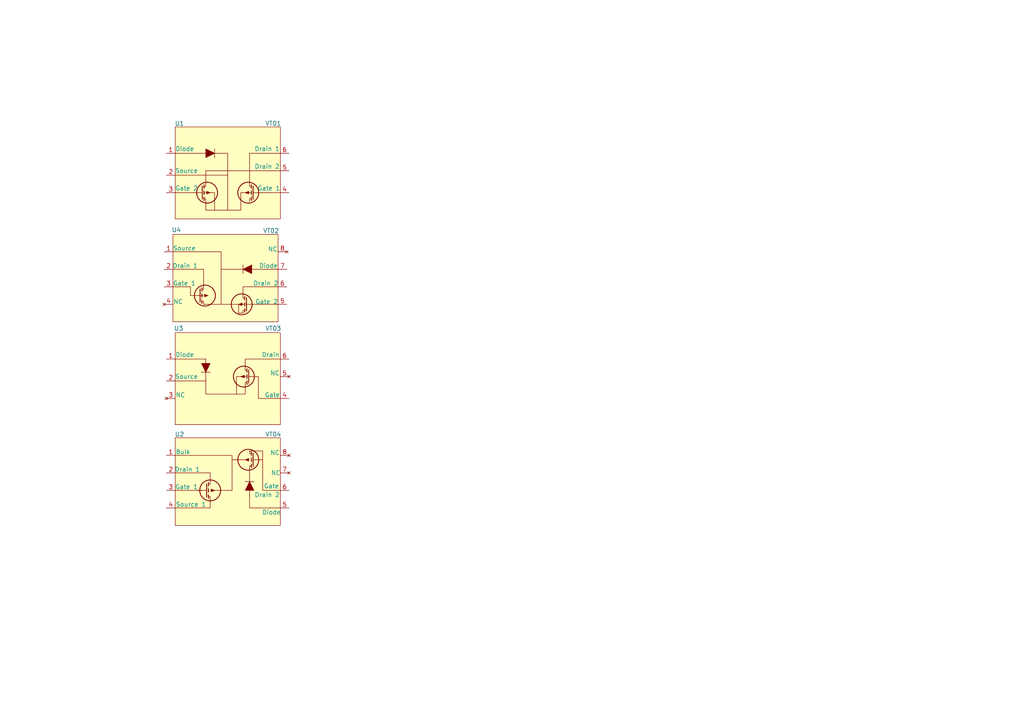
<source format=kicad_sch>
(kicad_sch (version 20250114) (generator "eeschema") (generator_version "9.0")
  (paper "A4")
  (lib_symbols
    (symbol "Varadis_RADFETs:VT01" (pin_names (offset 0))
      (property "Reference" "U" (at -15.494 14.224 0))
      (property "Value" "VT01" (at 10.668 -15.494 0))
      (symbol "VT01_0_1"
        (polyline (pts (xy -15.24 5.08) (xy -6.35 5.08)))
        (polyline (pts (xy -7.366 -4.445) (xy -7.366 -8.255)) (stroke (width 0.254)))
        (polyline (pts (xy -7.366 -6.35) (xy -10.16 -6.35)))
        (polyline (pts (xy -6.858 -4.064) (xy -6.858 -5.08)) (stroke (width 0.254)))
        (polyline (pts (xy -6.858 -4.572) (xy -6.35 -4.572) (xy -6.35 -3.81)))
        (polyline (pts (xy -6.858 -5.842) (xy -6.858 -6.858)) (stroke (width 0.254)))
        (polyline (pts (xy -6.858 -7.62) (xy -6.858 -8.636)) (stroke (width 0.254)))
        (polyline (pts (xy -6.35 0) (xy 12.7 0)))
        (polyline (pts (xy -6.35 -3.81) (xy -6.35 0)))
        (polyline (pts (xy -6.35 -11.43) (xy -6.35 -8.128) (xy -6.858 -8.128)))
        (circle (center -5.969 -6.35) (radius 3.0294) (stroke (width 0.254)))
        (polyline (pts (xy -5.08 -6.35) (xy -6.096 -5.969) (xy -6.096 -6.731) (xy -5.08 -6.35)) (fill (type outline)))
        (polyline (pts (xy -3.81 6.35) (xy -3.81 3.81)))
        (polyline (pts (xy -3.81 5.08) (xy 0 5.08)))
        (polyline (pts (xy -3.81 -11.43) (xy -3.81 -6.35) (xy -6.858 -6.35)))
        (polyline (pts (xy 0 -1.27) (xy -15.24 -1.27)))
        (polyline (pts (xy 0 -11.43) (xy 0 5.08)))
        (polyline (pts (xy 3.81 -11.43) (xy 3.81 -6.35) (xy 6.858 -6.35)))
        (polyline (pts (xy 5.08 -6.35) (xy 6.096 -5.969) (xy 6.096 -6.731) (xy 5.08 -6.35)) (fill (type outline)))
        (circle (center 5.969 -6.35) (radius 3.0294) (stroke (width 0.254)))
        (polyline (pts (xy 6.35 5.08) (xy 15.24 5.08)))
        (polyline (pts (xy 6.35 -3.81) (xy 6.35 5.08)))
        (polyline (pts (xy 6.35 -8.89) (xy 6.35 -8.128) (xy 6.858 -8.128)))
        (polyline (pts (xy 6.858 -4.064) (xy 6.858 -5.08)) (stroke (width 0.254)))
        (polyline (pts (xy 6.858 -4.572) (xy 6.35 -4.572) (xy 6.35 -3.81)))
        (polyline (pts (xy 6.858 -5.842) (xy 6.858 -6.858)) (stroke (width 0.254)))
        (polyline (pts (xy 6.858 -7.62) (xy 6.858 -8.636)) (stroke (width 0.254)))
        (polyline (pts (xy 7.366 -4.445) (xy 7.366 -8.255)) (stroke (width 0.254)))
        (polyline (pts (xy 7.366 -6.35) (xy 10.16 -6.35)))
      )
      (symbol "VT01_1_1"
        (rectangle (start -15.24 12.7) (end 15.24 -13.97) (fill (type background)))
        (polyline (pts (xy -10.16 -6.35) (xy -15.24 -6.35)))
        (polyline (pts (xy -6.35 5.08) (xy -6.35 6.35) (xy -3.81 5.08) (xy -6.35 3.81) (xy -6.35 5.08)) (fill (type outline)))
        (polyline (pts (xy -6.35 -11.43) (xy 3.81 -11.43)))
        (polyline (pts (xy 10.16 -6.35) (xy 15.24 -6.35)))
        (polyline (pts (xy 12.7 0) (xy 15.24 0)))
        (text "Diode" (at -12.446 6.35 0) (effects (font (size 1.27 1.27))))
        (text "Source\n" (at -11.938 0 0) (effects (font (size 1.27 1.27))))
        (text "Gate 2" (at -11.938 -5.08 0) (effects (font (size 1.27 1.27))))
        (text "Drain 1" (at 11.43 6.35 0) (effects (font (size 1.27 1.27))))
        (text "Drain 2\n" (at 11.43 1.27 0) (effects (font (size 1.27 1.27))))
        (text "Gate 1" (at 11.938 -5.08 0) (effects (font (size 1.27 1.27))))
        (pin passive line (at -17.78 5.08 0) (length 2.54) (name "") (number "1"))
        (pin passive line (at -17.78 -1.27 0) (length 2.54) (name "") (number "2"))
        (pin passive line (at -17.78 -6.35 0) (length 2.54) (name "") (number "3"))
        (pin passive line (at 17.78 5.08 180) (length 2.54) (name "") (number "6"))
        (pin passive line (at 17.78 0 180) (length 2.54) (name "") (number "5"))
        (pin passive line (at 17.78 -6.35 180) (length 2.54) (name "") (number "4"))
      )
    )
    (symbol "Varadis_RADFETs:VT02" (pin_names (offset 0))
      (property "Reference" "U" (at -15.24 11.43 0))
      (property "Value" "VT02" (at 10.922 -16.51 0))
      (symbol "VT02_0_1"
        (polyline (pts (xy -7.366 -7.62) (xy -10.16 -7.62)))
        (polyline (pts (xy -7.366 -9.525) (xy -7.366 -5.715)) (stroke (width 0.254)))
        (polyline (pts (xy -6.858 -6.35) (xy -6.858 -5.334)) (stroke (width 0.254)))
        (polyline (pts (xy -6.858 -8.128) (xy -6.858 -7.112)) (stroke (width 0.254)))
        (polyline (pts (xy -6.858 -9.398) (xy -6.35 -9.398) (xy -6.35 -10.16)))
        (polyline (pts (xy -6.858 -9.906) (xy -6.858 -8.89)) (stroke (width 0.254)))
        (polyline (pts (xy -6.35 -5.08) (xy -6.35 -5.842) (xy -6.858 -5.842)))
        (circle (center -5.969 -7.62) (radius 3.0294) (stroke (width 0.254)))
        (polyline (pts (xy -5.08 -7.62) (xy -6.096 -8.001) (xy -6.096 -7.239) (xy -5.08 -7.62)) (fill (type outline)))
        (polyline (pts (xy -1.27 -10.16) (xy 2.54 -10.16) (xy 5.588 -10.16)))
        (polyline (pts (xy 3.81 -10.16) (xy 4.826 -9.779) (xy 4.826 -10.541) (xy 3.81 -10.16)) (fill (type outline)))
        (circle (center 4.699 -10.16) (radius 3.0294) (stroke (width 0.254)))
        (polyline (pts (xy 5.08 -1.27) (xy 5.08 1.27)))
        (polyline (pts (xy 5.08 -12.7) (xy 5.08 -11.938) (xy 5.588 -11.938)))
        (polyline (pts (xy 5.588 -7.874) (xy 5.588 -8.89)) (stroke (width 0.254)))
        (polyline (pts (xy 5.588 -8.382) (xy 5.08 -8.382) (xy 5.08 -7.62)))
        (polyline (pts (xy 5.588 -9.652) (xy 5.588 -10.668)) (stroke (width 0.254)))
        (polyline (pts (xy 5.588 -11.43) (xy 5.588 -12.446)) (stroke (width 0.254)))
        (polyline (pts (xy 6.096 -8.255) (xy 6.096 -12.065)) (stroke (width 0.254)))
        (polyline (pts (xy 6.096 -10.16) (xy 8.89 -10.16)))
      )
      (symbol "VT02_1_1"
        (rectangle (start -15.24 10.16) (end 15.24 -15.24) (fill (type background)))
        (polyline (pts (xy -15.24 5.08) (xy -1.27 5.08) (xy -1.27 -10.16)))
        (polyline (pts (xy -15.24 0) (xy -6.35 0) (xy -6.35 -5.08)))
        (polyline (pts (xy -15.24 -5.08) (xy -10.16 -5.08) (xy -10.16 -7.62)))
        (polyline (pts (xy -6.35 -7.62) (xy -7.62 -7.62)))
        (polyline (pts (xy -6.35 -7.62) (xy -6.35 -7.62)))
        (polyline (pts (xy -1.27 -10.16) (xy -6.35 -10.16)))
        (polyline (pts (xy 5.08 -12.7) (xy 3.81 -12.7) (xy 3.81 -10.16)))
        (polyline (pts (xy 7.62 0) (xy 7.62 -1.27) (xy 5.08 0) (xy 7.62 1.27) (xy 7.62 0)) (fill (type outline)))
        (polyline (pts (xy 8.89 -10.16) (xy 15.24 -10.16)))
        (polyline (pts (xy 12.7 0) (xy -1.27 0)))
        (polyline (pts (xy 12.7 0) (xy 15.24 0)))
        (polyline (pts (xy 15.24 -5.08) (xy 5.08 -5.08) (xy 5.08 -7.62)))
        (text "NC" (at -13.716 -9.398 0) (effects (font (size 1.27 1.27))))
        (text "Source\n" (at -11.938 6.096 0) (effects (font (size 1.27 1.27))))
        (text "Gate 1" (at -11.938 -4.064 0) (effects (font (size 1.27 1.27))))
        (text "Drain 1" (at -11.684 1.016 0) (effects (font (size 1.27 1.27))))
        (text "Drain 2\n" (at 11.684 -4.064 0) (effects (font (size 1.27 1.27))))
        (text "Gate 2" (at 11.938 -9.398 0) (effects (font (size 1.27 1.27))))
        (text "Diode" (at 12.446 1.016 0) (effects (font (size 1.27 1.27))))
        (text "NC" (at 13.716 5.842 0) (effects (font (size 1.27 1.27))))
        (pin passive line (at -17.78 5.08 0) (length 2.54) (name "") (number "1"))
        (pin passive line (at -17.78 0 0) (length 2.54) (name "") (number "2"))
        (pin passive line (at -17.78 -5.08 0) (length 2.54) (name "") (number "3"))
        (pin no_connect line (at -17.78 -10.16 0) (length 2.54) (name "") (number "4"))
        (pin no_connect line (at 17.78 5.08 180) (length 2.54) (name "") (number "8"))
        (pin passive line (at 17.78 0 180) (length 2.54) (name "") (number "7"))
        (pin passive line (at 17.78 -5.08 180) (length 2.54) (name "") (number "6"))
        (pin passive line (at 17.78 -10.16 180) (length 2.54) (name "") (number "5"))
      )
    )
    (symbol "Varadis_RADFETs:VT03" (pin_names (offset 0))
      (property "Reference" "U" (at -15.494 14.224 0))
      (property "Value" "VT03" (at 10.668 -15.494 0))
      (symbol "VT03_0_1"
        (polyline (pts (xy -15.24 5.08) (xy -6.35 5.08)))
        (polyline (pts (xy -15.24 -1.27) (xy -6.35 -1.27) (xy -6.35 1.27)))
        (polyline (pts (xy -6.35 5.08) (xy -6.35 3.81)))
        (polyline (pts (xy -6.35 -1.27) (xy -6.35 -5.08) (xy 2.54 -5.08)))
        (polyline (pts (xy -5.08 1.27) (xy -7.62 1.27)))
        (polyline (pts (xy 2.54 -5.08) (xy 2.54 0) (xy 5.588 0)))
        (polyline (pts (xy 3.81 0) (xy 4.826 0.381) (xy 4.826 -0.381) (xy 3.81 0)) (fill (type outline)))
        (circle (center 4.699 0) (radius 3.0294) (stroke (width 0.254)))
        (polyline (pts (xy 5.08 -2.54) (xy 5.08 -1.778) (xy 5.588 -1.778)))
        (polyline (pts (xy 5.588 2.286) (xy 5.588 1.27)) (stroke (width 0.254)))
        (polyline (pts (xy 5.588 1.778) (xy 5.08 1.778) (xy 5.08 2.54)))
        (polyline (pts (xy 5.588 0.508) (xy 5.588 -0.508)) (stroke (width 0.254)))
        (polyline (pts (xy 5.588 -1.27) (xy 5.588 -2.286)) (stroke (width 0.254)))
        (polyline (pts (xy 6.096 1.905) (xy 6.096 -1.905)) (stroke (width 0.254)))
        (polyline (pts (xy 6.096 0) (xy 8.89 0)))
        (polyline (pts (xy 8.89 0) (xy 8.89 -6.35) (xy 15.24 -6.35)))
        (polyline (pts (xy 15.24 5.08) (xy 5.08 5.08) (xy 5.08 2.54)))
      )
      (symbol "VT03_1_1"
        (rectangle (start -15.24 12.7) (end 15.24 -13.97) (fill (type background)))
        (polyline (pts (xy -6.35 3.81) (xy -5.08 3.81) (xy -6.35 1.27) (xy -7.62 3.81) (xy -6.35 3.81)) (fill (type outline)))
        (polyline (pts (xy 5.08 -2.54) (xy 5.08 -5.08) (xy 2.54 -5.08)))
        (text "NC" (at -13.716 -5.334 0) (effects (font (size 1.27 1.27))))
        (text "Diode" (at -12.446 6.35 0) (effects (font (size 1.27 1.27))))
        (text "Source\n" (at -11.938 0 0) (effects (font (size 1.27 1.27))))
        (text "Drain" (at 12.446 6.35 0) (effects (font (size 1.27 1.27))))
        (text "Gate\n" (at 12.954 -5.334 0) (effects (font (size 1.27 1.27))))
        (text "NC" (at 13.716 1.016 0) (effects (font (size 1.27 1.27))))
        (pin passive line (at -17.78 5.08 0) (length 2.54) (name "") (number "1"))
        (pin passive line (at -17.78 -1.27 0) (length 2.54) (name "") (number "2"))
        (pin no_connect line (at -17.78 -6.35 0) (length 2.54) (name "") (number "3"))
        (pin passive line (at 17.78 5.08 180) (length 2.54) (name "") (number "6"))
        (pin no_connect line (at 17.78 0 180) (length 2.54) (name "") (number "5"))
        (pin passive line (at 17.78 -6.35 180) (length 2.54) (name "") (number "4"))
      )
    )
    (symbol "Varadis_RADFETs:VT04" (pin_names (offset 0))
      (property "Reference" "U" (at -15.24 11.43 0))
      (property "Value" "VT04" (at 10.16 -16.51 0))
      (symbol "VT04_0_1"
        (polyline (pts (xy -6.096 -5.08) (xy -8.89 -5.08)))
        (polyline (pts (xy -6.096 -6.985) (xy -6.096 -3.175)) (stroke (width 0.254)))
        (polyline (pts (xy -5.588 -3.81) (xy -5.588 -2.794)) (stroke (width 0.254)))
        (polyline (pts (xy -5.588 -5.588) (xy -5.588 -4.572)) (stroke (width 0.254)))
        (polyline (pts (xy -5.588 -6.858) (xy -5.08 -6.858) (xy -5.08 -7.62)))
        (polyline (pts (xy -5.588 -7.366) (xy -5.588 -6.35)) (stroke (width 0.254)))
        (polyline (pts (xy -5.08 -2.54) (xy -5.08 -3.302) (xy -5.588 -3.302)))
        (circle (center -5.08 -5.08) (radius 3.0294) (stroke (width 0.254)))
        (polyline (pts (xy -3.81 -5.08) (xy -4.826 -5.461) (xy -4.826 -4.699) (xy -3.81 -5.08)) (fill (type outline)))
        (polyline (pts (xy 5.08 3.81) (xy 6.096 4.191) (xy 6.096 3.429) (xy 5.08 3.81)) (fill (type outline)))
        (polyline (pts (xy 5.08 -2.54) (xy 7.62 -2.54)))
        (circle (center 5.969 3.81) (radius 3.0294) (stroke (width 0.254)))
        (polyline (pts (xy 6.35 1.27) (xy 6.35 2.032) (xy 6.858 2.032)))
        (polyline (pts (xy 6.858 6.096) (xy 6.858 5.08)) (stroke (width 0.254)))
        (polyline (pts (xy 6.858 5.588) (xy 6.35 5.588) (xy 6.35 6.35)))
        (polyline (pts (xy 6.858 4.318) (xy 6.858 3.302)) (stroke (width 0.254)))
        (polyline (pts (xy 6.858 2.54) (xy 6.858 1.524)) (stroke (width 0.254)))
        (polyline (pts (xy 7.366 5.715) (xy 7.366 1.905)) (stroke (width 0.254)))
        (polyline (pts (xy 7.366 3.81) (xy 10.16 3.81)))
      )
      (symbol "VT04_1_1"
        (rectangle (start -15.24 10.16) (end 15.24 -15.24) (fill (type background)))
        (polyline (pts (xy -15.24 5.08) (xy -13.97 5.08)))
        (polyline (pts (xy -15.24 0) (xy -5.08 0)))
        (polyline (pts (xy -15.24 -5.08) (xy -7.62 -5.08) (xy -7.62 -5.08)))
        (polyline (pts (xy -15.24 -10.16) (xy -5.08 -10.16) (xy -5.08 -7.62)))
        (polyline (pts (xy -13.97 5.08) (xy 1.27 5.08) (xy 1.27 -5.08)))
        (polyline (pts (xy -5.08 -2.54) (xy -5.08 0)))
        (polyline (pts (xy -3.81 -5.08) (xy 0 -5.08)))
        (polyline (pts (xy 1.27 -5.08) (xy 0 -5.08)))
        (polyline (pts (xy 5.08 3.81) (xy 1.27 3.81)))
        (polyline (pts (xy 6.35 6.35) (xy 10.16 6.35) (xy 10.16 3.81) (xy 10.16 -5.08) (xy 11.43 -5.08)))
        (polyline (pts (xy 6.35 1.27) (xy 6.35 -1.27)))
        (polyline (pts (xy 6.35 -1.27) (xy 6.35 -10.16) (xy 8.89 -10.16)))
        (polyline (pts (xy 6.35 -5.08) (xy 5.08 -5.08) (xy 6.35 -2.54) (xy 7.62 -5.08) (xy 6.35 -5.08)) (fill (type outline)))
        (polyline (pts (xy 8.89 -10.16) (xy 15.24 -10.16)))
        (polyline (pts (xy 11.43 -5.08) (xy 15.24 -5.08)))
        (text "Bulk" (at -12.954 6.096 0) (effects (font (size 1.27 1.27))))
        (text "Gate 1" (at -11.938 -4.064 0) (effects (font (size 1.27 1.27))))
        (text "Drain 1" (at -11.684 1.016 0) (effects (font (size 1.27 1.27))))
        (text "Source 1" (at -10.668 -9.144 0) (effects (font (size 1.27 1.27))))
        (text "Drain 2\n" (at 11.43 -6.35 0) (effects (font (size 1.27 1.27))))
        (text "Gate" (at 12.7 -3.81 0) (effects (font (size 1.27 1.27))))
        (text "Diode" (at 12.7 -11.43 0) (effects (font (size 1.27 1.27))))
        (text "NC" (at 13.716 5.842 0) (effects (font (size 1.27 1.27))))
        (text "NC" (at 13.97 0 0) (effects (font (size 1.27 1.27))))
        (pin passive line (at -17.78 5.08 0) (length 2.54) (name "") (number "1"))
        (pin passive line (at -17.78 0 0) (length 2.54) (name "") (number "2"))
        (pin passive line (at -17.78 -5.08 0) (length 2.54) (name "") (number "3"))
        (pin passive line (at -17.78 -10.16 0) (length 2.54) (name "") (number "4"))
        (pin no_connect line (at 17.78 5.08 180) (length 2.54) (name "") (number "8"))
        (pin no_connect line (at 17.78 0 180) (length 2.54) (name "") (number "7"))
        (pin passive line (at 17.78 -5.08 180) (length 2.54) (name "") (number "6"))
        (pin passive line (at 17.78 -10.16 180) (length 2.54) (name "") (number "5"))
      )
    )
  )
  (symbol (lib_id "Varadis_RADFETs:VT01") (at 66.04 49.53 0) (unit 1)
    (property "Reference" "U1" (at 52.07 35.814 0))
    (property "Value" "VT01" (at 79.248 35.814 0))
    (property "Footprint" "Package_TO_SOT_SMD:SOT-23-6" (effects (hide yes)))
    (property "Datasheet" "https://www.varadis.com/wp-content/uploads/2023/09/VT01-400nm-Datasheet-rev2.2-19-April-2022.pdf" (effects (hide yes)))
    (property "Description" "Varadis RADFET VT01" (effects (hide yes)))
  )
  (symbol (lib_id "Varadis_RADFETs:VT03") (at 66.04 109.22 0) (unit 1)
    (property "Reference" "U3" (at 51.816 95.25 0))
    (property "Value" "VT03" (at 79.248 95.25 0))
    (property "Footprint" "Package_TO_SOT_SMD:SOT-23-6" (effects (hide yes)))
    (property "Datasheet" "https://www.varadis.com/wp-content/uploads/2023/09/VT03-1um-Datasheet-rev2.2-19-April-2022.pdf" (effects (hide yes)))
    (property "Description" "Varadis RADFET VT03" (effects (hide yes)))
  )
  (symbol (lib_id "Varadis_RADFETs:VT02") (at 65.405 78.105 0) (unit 1)
    (property "Reference" "U4" (at 51.181 66.675 0))
    (property "Value" "VT02" (at 78.613 66.929 0))
    (property "Footprint" "Varadis_RADFETs_Footprints:VT0X-DIP8-SideBrazed" (effects (hide yes)))
    (property "Datasheet" "https://www.varadis.com/wp-content/uploads/2023/09/VT02-400nm-Datasheet-rev2.2-19-April-2022.pdf" (effects (hide yes)))
    (property "Description" "Varadis RADFET VT02" (effects (hide yes)))
  )
  (symbol (lib_id "Varadis_RADFETs:VT04") (at 66.04 137.16 0) (unit 1)
    (property "Reference" "U2" (at 52.07 125.984 0))
    (property "Value" "VT04" (at 79.248 125.984 0))
    (property "Footprint" "Varadis_RADFETs_Footprints:VT0X-DIP8-SideBrazed" (effects (hide yes)))
    (property "Datasheet" "https://www.varadis.com/wp-content/uploads/2023/09/VT04-1um-Datasheet-rev2.3-15-May-2023.pdf" (effects (hide yes)))
    (property "Description" "Varadis RADFET VT04" (effects (hide yes)))
  )
)
</source>
